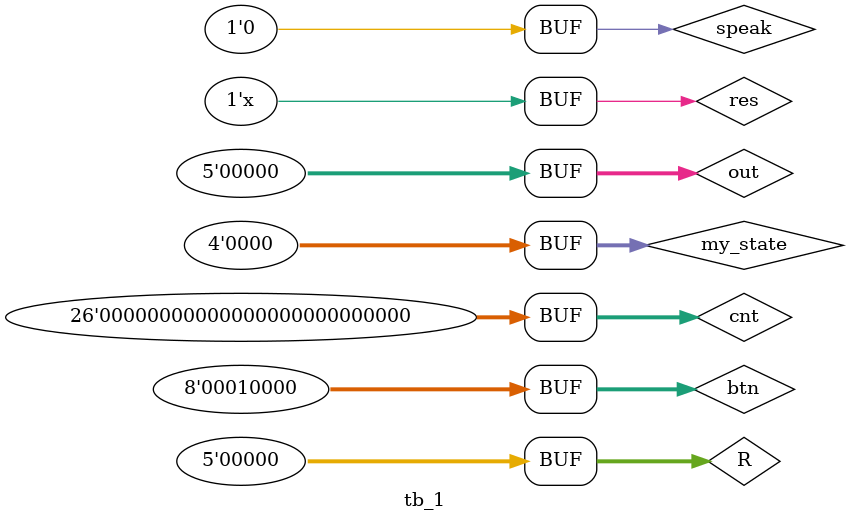
<source format=sv>
module tb_1;

    logic [4:0] out = 0;
    logic         res = 0;
    logic [25:0] cnt = 0;
    logic [7:0] btn;
    logic [4:0] R = 0;
    logic [6:0] out_1;
    logic [6:0] out_2;
    logic [6:0] out_3;
    logic [6:0] out_0;
    logic speak = 0;
    logic [3:0] my_state = 0;
    logic [7:0] my_led;
    top_level j(
        .btn(~btn),
        .clk(res),
        .dig0(out_0),
        .dig1(out_1),
        .dig2(out_2),
        .dig3(out_3),
        .led(my_led),
        .speaker(speak)
    );
    
     always #5 
     res = !res;
     initial
     begin
       
        //test watch
        #20
        btn = 0;#30;
        #50;
        btn = 8;#30;
        btn = 0;#30;
        btn = 8;#30;
        btn = 0;#30;
        btn = 8;#30;
        btn = 0;#30;
        btn = 8;#30;
        btn = 0;#30;
        btn = 16;#30;
        btn = 0;#30;
        btn = 32;#30;
        btn = 0;#30;
        btn = 64;#30;
        btn = 0;#30;
       
        //test stopwatch
        btn = 2;#50;
        btn = 0;#50;
        btn = 128;#30;
        #400;
        btn = 64;#50;
        btn = 32;#50;
       
        //test timer
        btn = 4;#30;
        btn = 0;#30;
        btn = 32;#30;
        btn = 0;#30;
        btn = 64;#30;
        btn = 0;#30;
        btn = 128;#30;
        btn = 0;#2000;
        btn = 16;#10;

        btn = 16;#30;
     end
endmodule
</source>
